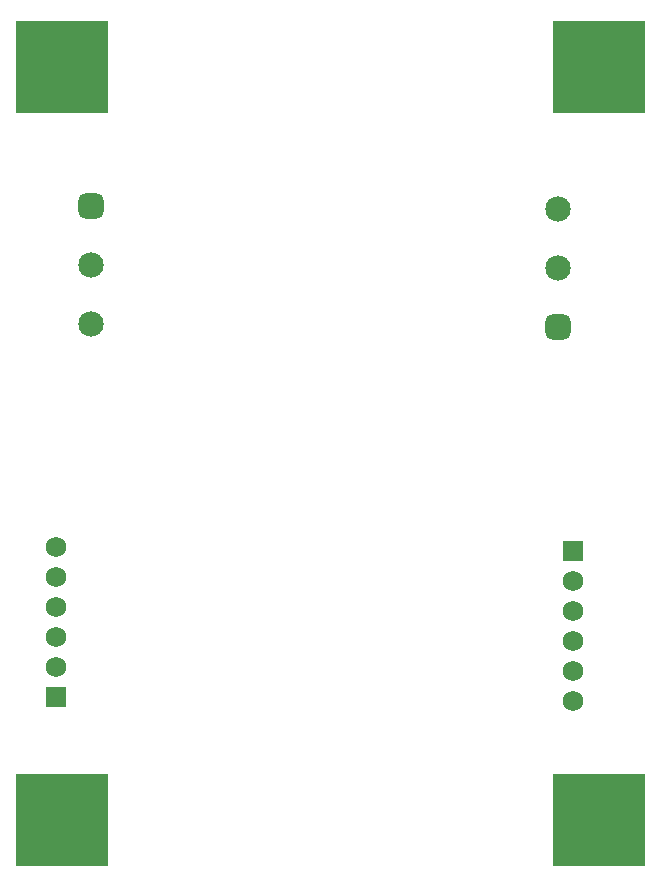
<source format=gbs>
G04*
G04 #@! TF.GenerationSoftware,Altium Limited,Altium Designer,24.9.1 (31)*
G04*
G04 Layer_Color=16711935*
%FSLAX44Y44*%
%MOMM*%
G71*
G04*
G04 #@! TF.SameCoordinates,B23FE003-D99D-4249-9A33-D1736BEC5A34*
G04*
G04*
G04 #@! TF.FilePolarity,Negative*
G04*
G01*
G75*
%ADD29R,7.8232X7.8232*%
%ADD30C,2.1532*%
G04:AMPARAMS|DCode=31|XSize=2.1532mm|YSize=2.1532mm|CornerRadius=0.5891mm|HoleSize=0mm|Usage=FLASHONLY|Rotation=270.000|XOffset=0mm|YOffset=0mm|HoleType=Round|Shape=RoundedRectangle|*
%AMROUNDEDRECTD31*
21,1,2.1532,0.9750,0,0,270.0*
21,1,0.9750,2.1532,0,0,270.0*
1,1,1.1782,-0.4875,-0.4875*
1,1,1.1782,-0.4875,0.4875*
1,1,1.1782,0.4875,0.4875*
1,1,1.1782,0.4875,-0.4875*
%
%ADD31ROUNDEDRECTD31*%
%ADD32R,1.7532X1.7532*%
%ADD33C,1.7532*%
D29*
X86360Y678180D02*
D03*
Y40640D02*
D03*
X541020Y678180D02*
D03*
X541020Y40640D02*
D03*
D30*
X110570Y460543D02*
D03*
X110570Y510542D02*
D03*
X506730Y557530D02*
D03*
X506730Y507530D02*
D03*
D31*
X110570Y560542D02*
D03*
X506730Y457530D02*
D03*
D32*
X81280Y144780D02*
D03*
X519430Y267970D02*
D03*
D33*
X81280Y170180D02*
D03*
Y195580D02*
D03*
Y220980D02*
D03*
Y246380D02*
D03*
Y271780D02*
D03*
X519430Y242570D02*
D03*
Y217170D02*
D03*
Y191770D02*
D03*
Y166370D02*
D03*
Y140970D02*
D03*
M02*

</source>
